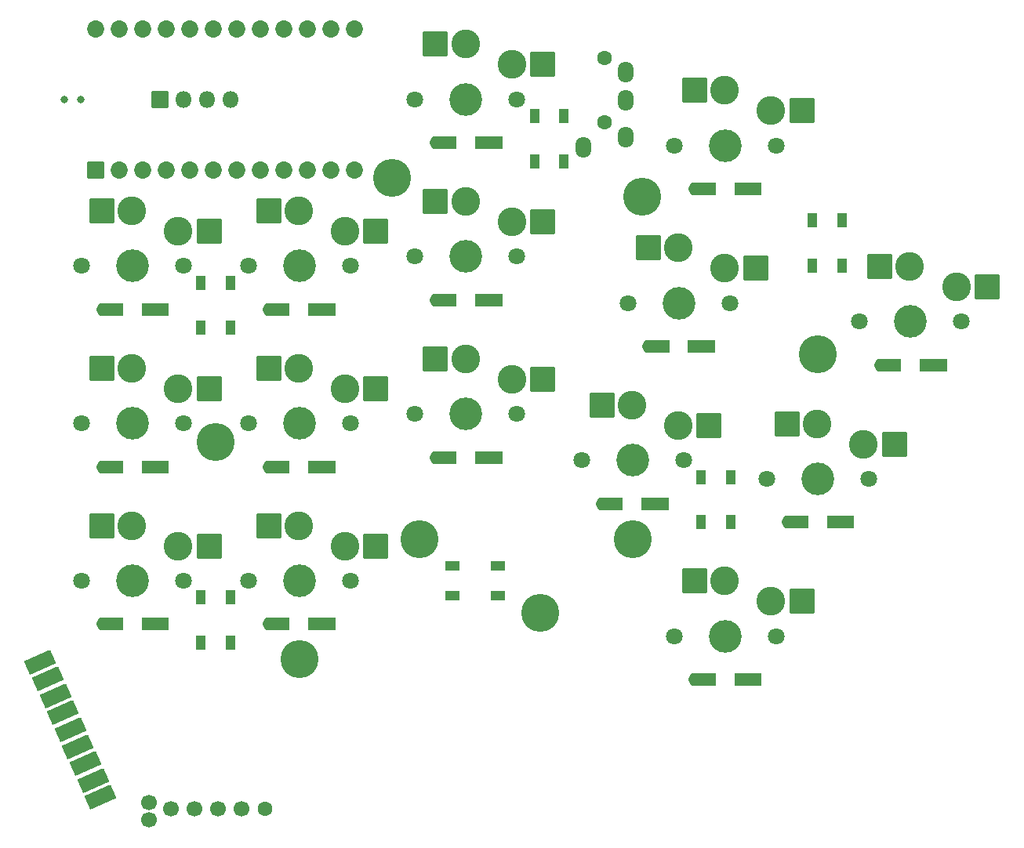
<source format=gbr>
%TF.GenerationSoftware,KiCad,Pcbnew,(6.0.7)*%
%TF.CreationDate,2022-09-08T03:04:32-04:00*%
%TF.ProjectId,right_main_routed,72696768-745f-46d6-9169-6e5f726f7574,v1.0.0*%
%TF.SameCoordinates,Original*%
%TF.FileFunction,Soldermask,Bot*%
%TF.FilePolarity,Negative*%
%FSLAX46Y46*%
G04 Gerber Fmt 4.6, Leading zero omitted, Abs format (unit mm)*
G04 Created by KiCad (PCBNEW (6.0.7)) date 2022-09-08 03:04:32*
%MOMM*%
%LPD*%
G01*
G04 APERTURE LIST*
G04 Aperture macros list*
%AMRoundRect*
0 Rectangle with rounded corners*
0 $1 Rounding radius*
0 $2 $3 $4 $5 $6 $7 $8 $9 X,Y pos of 4 corners*
0 Add a 4 corners polygon primitive as box body*
4,1,4,$2,$3,$4,$5,$6,$7,$8,$9,$2,$3,0*
0 Add four circle primitives for the rounded corners*
1,1,$1+$1,$2,$3*
1,1,$1+$1,$4,$5*
1,1,$1+$1,$6,$7*
1,1,$1+$1,$8,$9*
0 Add four rect primitives between the rounded corners*
20,1,$1+$1,$2,$3,$4,$5,0*
20,1,$1+$1,$4,$5,$6,$7,0*
20,1,$1+$1,$6,$7,$8,$9,0*
20,1,$1+$1,$8,$9,$2,$3,0*%
G04 Aperture macros list end*
%ADD10C,1.600000*%
%ADD11O,1.700000X2.300000*%
%ADD12RoundRect,0.050000X0.889000X0.650000X-0.889000X0.650000X-0.889000X-0.650000X0.889000X-0.650000X0*%
%ADD13RoundRect,0.050000X0.700000X0.650000X-0.700000X0.650000X-0.700000X-0.650000X0.700000X-0.650000X0*%
%ADD14O,1.878000X1.400000*%
%ADD15C,0.600000*%
%ADD16C,4.100000*%
%ADD17C,1.801800*%
%ADD18C,3.100000*%
%ADD19C,3.529000*%
%ADD20RoundRect,0.050000X-1.300000X-1.300000X1.300000X-1.300000X1.300000X1.300000X-1.300000X1.300000X0*%
%ADD21RoundRect,0.050000X1.066113X1.294566X-1.675321X0.076151X-1.066113X-1.294566X1.675321X-0.076151X0*%
%ADD22C,0.800000*%
%ADD23RoundRect,0.050000X0.850000X-0.850000X0.850000X0.850000X-0.850000X0.850000X-0.850000X-0.850000X0*%
%ADD24O,1.800000X1.800000*%
%ADD25C,1.700000*%
%ADD26RoundRect,0.050000X-0.876300X-0.876300X0.876300X-0.876300X0.876300X0.876300X-0.876300X0.876300X0*%
%ADD27C,1.852600*%
%ADD28RoundRect,0.050000X-0.500000X0.750000X-0.500000X-0.750000X0.500000X-0.750000X0.500000X0.750000X0*%
%ADD29RoundRect,0.050000X0.500000X-0.750000X0.500000X0.750000X-0.500000X0.750000X-0.500000X-0.750000X0*%
%ADD30RoundRect,0.050000X0.750000X0.500000X-0.750000X0.500000X-0.750000X-0.500000X0.750000X-0.500000X0*%
G04 APERTURE END LIST*
D10*
%TO.C,J1*%
X69000000Y56500000D03*
X69000000Y49500000D03*
D11*
X66700000Y46800000D03*
X71300000Y47900000D03*
X71300000Y51900000D03*
X71300000Y54900000D03*
%TD*%
D12*
%TO.C,D6*%
X39000000Y29300000D03*
D13*
X37750000Y29300000D03*
X34200000Y29300000D03*
D14*
X33000000Y29300000D03*
%TD*%
D15*
%TO.C,H1*%
X27000000Y13500000D03*
X25500000Y15000000D03*
X27000000Y16500000D03*
X28060000Y16060000D03*
X28060000Y13940000D03*
X25940000Y13940000D03*
X28500000Y15000000D03*
X25940000Y16060000D03*
D16*
X27000000Y15000000D03*
%TD*%
D17*
%TO.C,SW3*%
X23500000Y34000000D03*
D18*
X22950000Y37750000D03*
D19*
X18000000Y34000000D03*
D18*
X17950000Y39950000D03*
D17*
X12500000Y34000000D03*
D20*
X14725000Y39950000D03*
X26275000Y37750000D03*
%TD*%
D18*
%TO.C,SW10*%
X76950000Y16750000D03*
D17*
X77500000Y13000000D03*
X66500000Y13000000D03*
D18*
X71950000Y18950000D03*
D19*
X72000000Y13000000D03*
D20*
X68725000Y18950000D03*
X80275000Y16750000D03*
%TD*%
D18*
%TO.C,SW13*%
X86950000Y-2250000D03*
D19*
X82000000Y-6000000D03*
D18*
X81950000Y-50000D03*
D17*
X87500000Y-6000000D03*
X76500000Y-6000000D03*
D20*
X78725000Y-50000D03*
X90275000Y-2250000D03*
%TD*%
D21*
%TO.C,J14*%
X8053131Y-8784529D03*
X8865408Y-10612152D03*
X9677685Y-12439775D03*
X10489962Y-14267398D03*
X11302239Y-16095021D03*
X12114516Y-17922644D03*
X12926793Y-19750267D03*
X13739070Y-21577890D03*
X14551347Y-23405513D03*
%TD*%
D19*
%TO.C,SW8*%
X54000000Y35000000D03*
D18*
X53950000Y40950000D03*
X58950000Y38750000D03*
D17*
X59500000Y35000000D03*
X48500000Y35000000D03*
D20*
X50725000Y40950000D03*
X62275000Y38750000D03*
%TD*%
D13*
%TO.C,D2*%
X19750000Y12300000D03*
D12*
X21000000Y12300000D03*
D14*
X15000000Y12300000D03*
D13*
X16200000Y12300000D03*
%TD*%
%TO.C,D10*%
X73750000Y8300000D03*
D12*
X75000000Y8300000D03*
D13*
X70200000Y8300000D03*
D14*
X69000000Y8300000D03*
%TD*%
D13*
%TO.C,D11*%
X78750000Y25300000D03*
D12*
X80000000Y25300000D03*
D14*
X74000000Y25300000D03*
D13*
X75200000Y25300000D03*
%TD*%
%TO.C,D9*%
X55750000Y47300000D03*
D12*
X57000000Y47300000D03*
D14*
X51000000Y47300000D03*
D13*
X52200000Y47300000D03*
%TD*%
%TO.C,D5*%
X37750000Y12300000D03*
D12*
X39000000Y12300000D03*
D14*
X33000000Y12300000D03*
D13*
X34200000Y12300000D03*
%TD*%
D18*
%TO.C,SW12*%
X81950000Y52950000D03*
D17*
X76500000Y47000000D03*
D18*
X86950000Y50750000D03*
D17*
X87500000Y47000000D03*
D19*
X82000000Y47000000D03*
D20*
X78725000Y52950000D03*
X90275000Y50750000D03*
%TD*%
D15*
%TO.C,H13*%
X47500000Y4500000D03*
D16*
X49000000Y4500000D03*
D15*
X49000000Y3000000D03*
X49000000Y6000000D03*
X47940000Y5560000D03*
X50060000Y3440000D03*
X50500000Y4500000D03*
X50060000Y5560000D03*
X47940000Y3440000D03*
%TD*%
D22*
%TO.C,RST1*%
X12400000Y52000000D03*
X10600000Y52000000D03*
%TD*%
D12*
%TO.C,D3*%
X21000000Y29300000D03*
D13*
X19750000Y29300000D03*
D14*
X15000000Y29300000D03*
D13*
X16200000Y29300000D03*
%TD*%
D12*
%TO.C,D4*%
X39000000Y-4700000D03*
D13*
X37750000Y-4700000D03*
D14*
X33000000Y-4700000D03*
D13*
X34200000Y-4700000D03*
%TD*%
D15*
%TO.C,H7*%
X93060000Y23440000D03*
D16*
X92000000Y24500000D03*
D15*
X92000000Y26000000D03*
X90500000Y24500000D03*
X93060000Y25560000D03*
X90940000Y25560000D03*
X93500000Y24500000D03*
X92000000Y23000000D03*
X90940000Y23440000D03*
%TD*%
D18*
%TO.C,SW2*%
X17950000Y22950000D03*
D17*
X12500000Y17000000D03*
D18*
X22950000Y20750000D03*
D19*
X18000000Y17000000D03*
D17*
X23500000Y17000000D03*
D20*
X14725000Y22950000D03*
X26275000Y20750000D03*
%TD*%
D13*
%TO.C,D13*%
X83750000Y-10700000D03*
D12*
X85000000Y-10700000D03*
D14*
X79000000Y-10700000D03*
D13*
X80200000Y-10700000D03*
%TD*%
D12*
%TO.C,D7*%
X57000000Y13300000D03*
D13*
X55750000Y13300000D03*
D14*
X51000000Y13300000D03*
D13*
X52200000Y13300000D03*
%TD*%
%TO.C,D8*%
X55750000Y30300000D03*
D12*
X57000000Y30300000D03*
D14*
X51000000Y30300000D03*
D13*
X52200000Y30300000D03*
%TD*%
D16*
%TO.C,H3*%
X46000000Y43500000D03*
D15*
X46000000Y42000000D03*
X47500000Y43500000D03*
X44940000Y44560000D03*
X44940000Y42440000D03*
X44500000Y43500000D03*
X46000000Y45000000D03*
X47060000Y42440000D03*
X47060000Y44560000D03*
%TD*%
D12*
%TO.C,D12*%
X85000000Y42300000D03*
D13*
X83750000Y42300000D03*
D14*
X79000000Y42300000D03*
D13*
X80200000Y42300000D03*
%TD*%
%TO.C,D15*%
X103750000Y23300000D03*
D12*
X105000000Y23300000D03*
D13*
X100200000Y23300000D03*
D14*
X99000000Y23300000D03*
%TD*%
D23*
%TO.C,J3*%
X21000000Y52000000D03*
D24*
X23540000Y52000000D03*
X26080000Y52000000D03*
X28620000Y52000000D03*
%TD*%
D18*
%TO.C,SW14*%
X91950000Y16950000D03*
D19*
X92000000Y11000000D03*
D17*
X97500000Y11000000D03*
X86500000Y11000000D03*
D18*
X96950000Y14750000D03*
D20*
X88725000Y16950000D03*
X100275000Y14750000D03*
%TD*%
D10*
%TO.C,S1*%
X32300000Y-24625000D03*
D25*
X22190000Y-24625000D03*
X24730000Y-24625000D03*
X27270000Y-24625000D03*
X29810000Y-24625000D03*
X19800000Y-25850000D03*
X19800000Y-24000000D03*
%TD*%
D12*
%TO.C,D1*%
X21000000Y-4700000D03*
D13*
X19750000Y-4700000D03*
D14*
X15000000Y-4700000D03*
D13*
X16200000Y-4700000D03*
%TD*%
D15*
%TO.C,H11*%
X37060000Y-9560000D03*
X36000000Y-10000000D03*
X37060000Y-7440000D03*
X34500000Y-8500000D03*
X36000000Y-7000000D03*
X37500000Y-8500000D03*
D16*
X36000000Y-8500000D03*
D15*
X34940000Y-9560000D03*
X34940000Y-7440000D03*
%TD*%
D17*
%TO.C,SW5*%
X41500000Y17000000D03*
D19*
X36000000Y17000000D03*
D18*
X40950000Y20750000D03*
X35950000Y22950000D03*
D17*
X30500000Y17000000D03*
D20*
X32725000Y22950000D03*
X44275000Y20750000D03*
%TD*%
D18*
%TO.C,SW9*%
X53950000Y57950000D03*
X58950000Y55750000D03*
D17*
X48500000Y52000000D03*
X59500000Y52000000D03*
D19*
X54000000Y52000000D03*
D20*
X50725000Y57950000D03*
X62275000Y55750000D03*
%TD*%
D26*
%TO.C,U1*%
X14030000Y44380000D03*
D27*
X16570000Y44380000D03*
X19110000Y44380000D03*
X21650000Y44380000D03*
X24190000Y44380000D03*
X26730000Y44380000D03*
X29270000Y44380000D03*
X31810000Y44380000D03*
X34350000Y44380000D03*
X36890000Y44380000D03*
X39430000Y44380000D03*
X41970000Y44380000D03*
X14030000Y59620000D03*
X16570000Y59620000D03*
X19110000Y59620000D03*
X21650000Y59620000D03*
X24190000Y59620000D03*
X26730000Y59620000D03*
X29270000Y59620000D03*
X31810000Y59620000D03*
X34350000Y59620000D03*
X36890000Y59620000D03*
X39430000Y59620000D03*
X41970000Y59620000D03*
%TD*%
D19*
%TO.C,SW15*%
X102000000Y28000000D03*
D18*
X106950000Y31750000D03*
D17*
X107500000Y28000000D03*
D18*
X101950000Y33950000D03*
D17*
X96500000Y28000000D03*
D20*
X98725000Y33950000D03*
X110275000Y31750000D03*
%TD*%
D17*
%TO.C,SW6*%
X41500000Y34000000D03*
D19*
X36000000Y34000000D03*
D18*
X40950000Y37750000D03*
D17*
X30500000Y34000000D03*
D18*
X35950000Y39950000D03*
D20*
X32725000Y39950000D03*
X44275000Y37750000D03*
%TD*%
D17*
%TO.C,SW7*%
X48500000Y18000000D03*
D19*
X54000000Y18000000D03*
D18*
X53950000Y23950000D03*
D17*
X59500000Y18000000D03*
D18*
X58950000Y21750000D03*
D20*
X50725000Y23950000D03*
X62275000Y21750000D03*
%TD*%
D12*
%TO.C,D14*%
X95000000Y6300000D03*
D13*
X93750000Y6300000D03*
D14*
X89000000Y6300000D03*
D13*
X90200000Y6300000D03*
%TD*%
D15*
%TO.C,H5*%
X71500000Y41500000D03*
X74060000Y42560000D03*
X73000000Y40000000D03*
X71940000Y42560000D03*
X73000000Y43000000D03*
X71940000Y40440000D03*
X74500000Y41500000D03*
X74060000Y40440000D03*
D16*
X73000000Y41500000D03*
%TD*%
D18*
%TO.C,SW4*%
X35950000Y5950000D03*
D17*
X41500000Y0D03*
D19*
X36000000Y0D03*
D17*
X30500000Y0D03*
D18*
X40950000Y3750000D03*
D20*
X32725000Y5950000D03*
X44275000Y3750000D03*
%TD*%
D16*
%TO.C,H15*%
X62000000Y-3500000D03*
D15*
X62000000Y-5000000D03*
X60940000Y-2440000D03*
X62000000Y-2000000D03*
X63500000Y-3500000D03*
X63060000Y-4560000D03*
X60940000Y-4560000D03*
X63060000Y-2440000D03*
X60500000Y-3500000D03*
%TD*%
D18*
%TO.C,SW1*%
X17950000Y5950000D03*
D17*
X12500000Y0D03*
X23500000Y0D03*
D18*
X22950000Y3750000D03*
D19*
X18000000Y0D03*
D20*
X14725000Y5950000D03*
X26275000Y3750000D03*
%TD*%
D18*
%TO.C,SW11*%
X76950000Y35950000D03*
D17*
X71500000Y30000000D03*
X82500000Y30000000D03*
D18*
X81950000Y33750000D03*
D19*
X77000000Y30000000D03*
D20*
X73725000Y35950000D03*
X85275000Y33750000D03*
%TD*%
D15*
%TO.C,H9*%
X73500000Y4500000D03*
X70500000Y4500000D03*
X73060000Y3440000D03*
X72000000Y6000000D03*
X72000000Y3000000D03*
D16*
X72000000Y4500000D03*
D15*
X73060000Y5560000D03*
X70940000Y3440000D03*
X70940000Y5560000D03*
%TD*%
D28*
%TO.C,DS6*%
X91400000Y38950000D03*
X94600000Y38950000D03*
X94600000Y34050000D03*
X91400000Y34050000D03*
%TD*%
D29*
%TO.C,DS2*%
X28600000Y-6700000D03*
X25400000Y-6700000D03*
X25400000Y-1800000D03*
X28600000Y-1800000D03*
%TD*%
D30*
%TO.C,DS3*%
X57450000Y1600000D03*
X57450000Y-1600000D03*
X52550000Y-1600000D03*
X52550000Y1600000D03*
%TD*%
D28*
%TO.C,DS5*%
X79400000Y11200000D03*
X82600000Y11200000D03*
X82600000Y6300000D03*
X79400000Y6300000D03*
%TD*%
D29*
%TO.C,DS7*%
X64600000Y45300000D03*
X61400000Y45300000D03*
X61400000Y50200000D03*
X64600000Y50200000D03*
%TD*%
%TO.C,DS1*%
X28600000Y27300000D03*
X25400000Y27300000D03*
X25400000Y32200000D03*
X28600000Y32200000D03*
%TD*%
M02*

</source>
